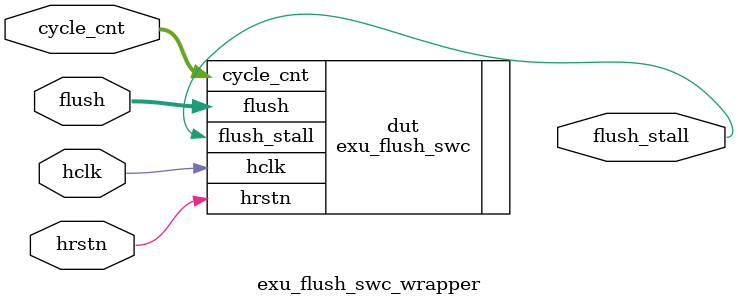
<source format=v>
module exu_flush_swc_wrapper (
    input hclk,
    input hrstn,
    input [3:0] cycle_cnt,
    input [1:0] flush,
    output reg flush_stall
);

    exu_flush_swc dut (
        .hclk(hclk),
        .hrstn(hrstn),
        .cycle_cnt(cycle_cnt),
        .flush(flush),
        .flush_stall(flush_stall)
    );
    initial begin
        $dumpfile("./vcds/exu_flush_swc.vcd");
        $dumpvars(0, exu_flush_swc_wrapper);
    end
endmodule

</source>
